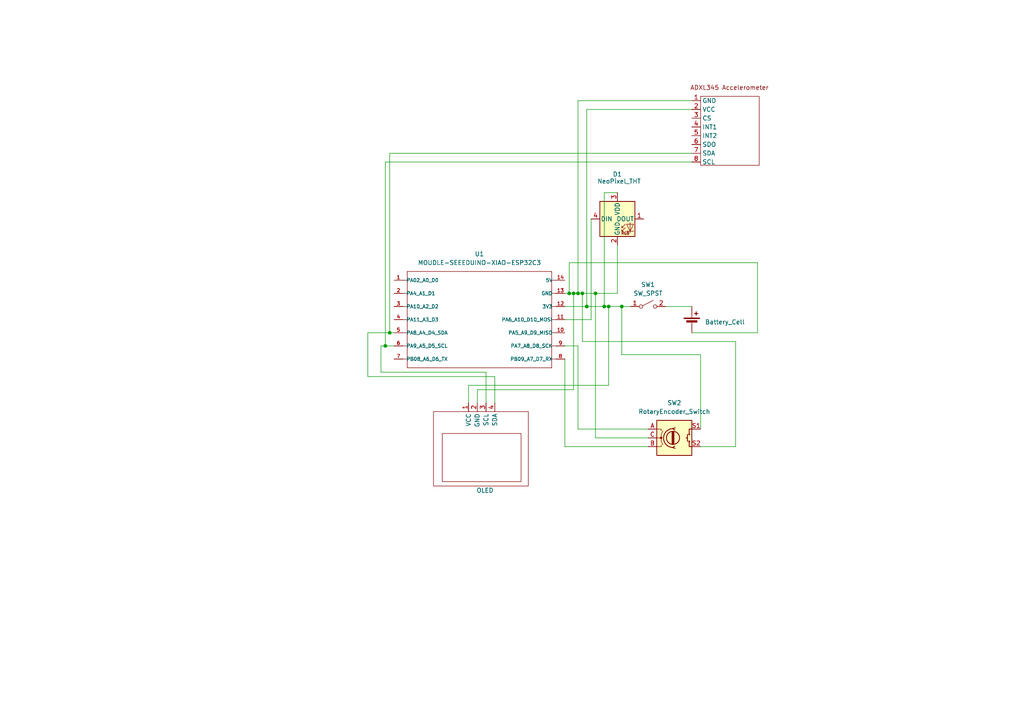
<source format=kicad_sch>
(kicad_sch (version 20250114) (generator "eeschema") (generator_version "9.0")
  (paper "A4")
  (title_block (title "Final Project Take Home Assignment 4") (date "12/2/25") (rev "0"))
  (lib_symbols
    (symbol "512_final_OLED_Accelerometer_symbols:ADXL345 Accelerometer"
      (property "Reference" "OLED" (at -6859.27 -5100.32 0))
      (symbol "ADXL345 Accelerometer_0_1"
        (rectangle (start -4151.63 -2336.8) (end -4151.63 -2336.8))
        (rectangle (start 0 0) (end 17 -20))
      )
      (symbol "ADXL345 Accelerometer_1_1"
        (text "ADXL345 Accelerometer" (at 8.382 2.54 0) (effects (font (size 1.27 1.27))))
        (pin input line (at -3235.96 2402.84 0) (length 2.54) (name "GND") (number "1"))
        (pin input line (at -1314.45 3239.77 0) (length 2.54) (name "GND") (number "1"))
        (pin input line (at -1304.29 2072.64 0) (length 2.54) (name "GND") (number "1"))
        (pin input line (at -2.54 -1.27 0) (length 2.54) (name "GND") (number "1"))
        (pin input line (at -2.54 -3.81 0) (length 2.54) (name "VCC") (number "2"))
        (pin input line (at -2.54 -6.35 0) (length 2.54) (name "CS") (number "3"))
        (pin input line (at -2.54 -8.89 0) (length 2.54) (name "INT1") (number "4"))
        (pin input line (at -2.54 -11.43 0) (length 2.54) (name "INT2") (number "5"))
        (pin input line (at -2.54 -13.97 0) (length 2.54) (name "SDO") (number "6"))
        (pin input line (at -2.54 -16.51 0) (length 2.54) (name "SDA") (number "7"))
        (pin input line (at -2.54 -19.05 0) (length 2.54) (name "SCL") (number "8"))
        (pin input line (at 433.07 1959.61 0) (length 2.54) (name "GND") (number "1"))
        (pin input line (at 1017.27 2609.85 0) (length 2.54) (name "GND") (number "1"))
      )
    )
    (symbol "512_final_OLED_Accelerometer_symbols:SSD1306_OLED_"
      (property "Reference" "OLED" (at 24.13 2.286 0))
      (symbol "SSD1306_OLED__0_1"
        (rectangle (start 0 0) (end 27.5 -21.59))
        (rectangle (start 2.54 -6.35) (end 25.4 -20.32))
      )
      (symbol "SSD1306_OLED__1_1"
        (pin input line (at 10.16 2.54 270) (length 2.54) (name "VCC") (number "1"))
        (pin input line (at 12.7 2.54 270) (length 2.54) (name "GND") (number "2"))
        (pin input line (at 15.24 2.54 270) (length 2.54) (name "SCL") (number "3"))
        (pin input line (at 17.78 2.54 270) (length 2.54) (name "SDA") (number "4"))
      )
    )
    (symbol "Device:Battery_Cell" (pin_numbers (hide yes)) (pin_names (offset 0) (hide yes))
      (property "Reference" "BT" (at 2.54 2.54 0))
      (property "Value" "Battery_Cell" (at 2.54 0 0))
      (symbol "Battery_Cell_0_1"
        (rectangle (start -2.286 1.778) (end 2.286 1.524) (fill (type outline)))
        (rectangle (start -1.524 1.016) (end 1.524 0.508) (fill (type outline)))
        (polyline (pts (xy 0 1.778) (xy 0 2.54)))
        (polyline (pts (xy 0 0.762) (xy 0 0)))
        (polyline (pts (xy 0.762 3.048) (xy 1.778 3.048)) (stroke (width 0.254)))
        (polyline (pts (xy 1.27 3.556) (xy 1.27 2.54)) (stroke (width 0.254)))
      )
      (symbol "Battery_Cell_1_1"
        (pin passive line (at 0 5.08 270) (length 2.54) (name "+") (number "1"))
        (pin passive line (at 0 -2.54 90) (length 2.54) (name "-") (number "2"))
      )
    )
    (symbol "Device:RotaryEncoder_Switch" (pin_names (offset 0.254) (hide yes))
      (property "Reference" "SW" (at 0 6.604 0))
      (property "Value" "RotaryEncoder_Switch" (at 0 -6.604 0))
      (symbol "RotaryEncoder_Switch_0_1"
        (rectangle (start -5.08 5.08) (end 5.08 -5.08) (stroke (width 0.254)) (fill (type background)))
        (polyline (pts (xy -5.08 2.54) (xy -3.81 2.54) (xy -3.81 2.032)))
        (polyline (pts (xy -5.08 0) (xy -3.81 0) (xy -3.81 -1.016) (xy -3.302 -2.032)))
        (polyline (pts (xy -5.08 -2.54) (xy -3.81 -2.54) (xy -3.81 -2.032)))
        (polyline (pts (xy -4.318 0) (xy -3.81 0) (xy -3.81 1.016) (xy -3.302 2.032)))
        (circle (center -3.81 0) (radius 0.254) (fill (type outline)))
        (polyline (pts (xy -0.635 -1.778) (xy -0.635 1.778)) (stroke (width 0.254)))
        (circle (center -0.381 0) (radius 1.905) (stroke (width 0.254)))
        (polyline (pts (xy -0.381 -1.778) (xy -0.381 1.778)) (stroke (width 0.254)))
        (arc (start -0.381 -2.794) (mid -3.0988 -0.0635) (end -0.381 2.667) (stroke (width 0.254)))
        (polyline (pts (xy -0.127 1.778) (xy -0.127 -1.778)) (stroke (width 0.254)))
        (polyline (pts (xy 0.254 2.921) (xy -0.508 2.667) (xy 0.127 2.286)) (stroke (width 0.254)))
        (polyline (pts (xy 0.254 -3.048) (xy -0.508 -2.794) (xy 0.127 -2.413)) (stroke (width 0.254)))
        (polyline (pts (xy 3.81 1.016) (xy 3.81 -1.016)) (stroke (width 0.254)))
        (polyline (pts (xy 3.81 0) (xy 3.429 0)) (stroke (width 0.254)))
        (circle (center 4.318 1.016) (radius 0.127) (stroke (width 0.254)))
        (circle (center 4.318 -1.016) (radius 0.127) (stroke (width 0.254)))
        (polyline (pts (xy 5.08 2.54) (xy 4.318 2.54) (xy 4.318 1.016)) (stroke (width 0.254)))
        (polyline (pts (xy 5.08 -2.54) (xy 4.318 -2.54) (xy 4.318 -1.016)) (stroke (width 0.254)))
      )
      (symbol "RotaryEncoder_Switch_1_1"
        (pin passive line (at -7.62 2.54 0) (length 2.54) (name "A") (number "A"))
        (pin passive line (at -7.62 0 0) (length 2.54) (name "C") (number "C"))
        (pin passive line (at -7.62 -2.54 0) (length 2.54) (name "B") (number "B"))
        (pin passive line (at 7.62 2.54 180) (length 2.54) (name "S1") (number "S1"))
        (pin passive line (at 7.62 -2.54 180) (length 2.54) (name "S2") (number "S2"))
      )
    )
    (symbol "LED:NeoPixel_THT" (pin_names (offset 0.254))
      (property "Reference" "D" (at 5.08 5.715 0))
      (property "Value" "NeoPixel_THT" (at 1.27 -5.715 0))
      (symbol "NeoPixel_THT_0_0"
        (text "RGB" (at 2.286 -4.191 0) (effects (font (size 0.762 0.762))))
      )
      (symbol "NeoPixel_THT_0_1"
        (polyline (pts (xy 1.27 -2.54) (xy 1.778 -2.54)))
        (polyline (pts (xy 1.27 -3.556) (xy 1.778 -3.556)))
        (polyline (pts (xy 2.286 -1.524) (xy 1.27 -2.54) (xy 1.27 -2.032)))
        (polyline (pts (xy 2.286 -2.54) (xy 1.27 -3.556) (xy 1.27 -3.048)))
        (polyline (pts (xy 3.683 -1.016) (xy 3.683 -3.556) (xy 3.683 -4.064)))
        (polyline (pts (xy 4.699 -1.524) (xy 2.667 -1.524) (xy 3.683 -3.556) (xy 4.699 -1.524)))
        (polyline (pts (xy 4.699 -3.556) (xy 2.667 -3.556)))
        (rectangle (start 5.08 5.08) (end -5.08 -5.08) (stroke (width 0.254)) (fill (type background)))
      )
      (symbol "NeoPixel_THT_1_1"
        (pin input line (at -7.62 0 0) (length 2.54) (name "DIN") (number "4"))
        (pin power_in line (at 0 7.62 270) (length 2.54) (name "VDD") (number "3"))
        (pin power_in line (at 0 -7.62 90) (length 2.54) (name "GND") (number "2"))
        (pin output line (at 7.62 0 180) (length 2.54) (name "DOUT") (number "1"))
      )
    )
    (symbol "Seeed Studio XIAO ESP32C3:MOUDLE-SEEEDUINO-XIAO-ESP32C3" (pin_names (offset 1.016))
      (property "Reference" "U" (at -21.59 15.24 0))
      (property "Value" "MOUDLE-SEEEDUINO-XIAO-ESP32C3" (at -21.59 13.97 0))
      (symbol "MOUDLE-SEEEDUINO-XIAO-ESP32C3_0_0"
        (polyline (pts (xy -21.59 13.97) (xy 20.32 13.97)) (stroke (width 0.1524)))
        (polyline (pts (xy -21.59 11.43) (xy -22.86 11.43)) (stroke (width 0.1524)))
        (polyline (pts (xy -21.59 11.43) (xy -21.59 13.97)) (stroke (width 0.1524)))
        (polyline (pts (xy -21.59 7.62) (xy -22.86 7.62)) (stroke (width 0.1524)))
        (polyline (pts (xy -21.59 7.62) (xy -21.59 11.43)) (stroke (width 0.1524)))
        (polyline (pts (xy -21.59 3.81) (xy -22.86 3.81)) (stroke (width 0.1524)))
        (polyline (pts (xy -21.59 3.81) (xy -21.59 7.62)) (stroke (width 0.1524)))
        (polyline (pts (xy -21.59 0) (xy -22.86 0)) (stroke (width 0.1524)))
        (polyline (pts (xy -21.59 0) (xy -21.59 3.81)) (stroke (width 0.1524)))
        (polyline (pts (xy -21.59 -3.81) (xy -22.86 -3.81)) (stroke (width 0.1524)))
        (polyline (pts (xy -21.59 -7.62) (xy -22.86 -7.62)) (stroke (width 0.1524)))
        (polyline (pts (xy -21.59 -11.43) (xy -22.86 -11.43)) (stroke (width 0.1524)))
        (polyline (pts (xy -21.59 -13.97) (xy -21.59 0)) (stroke (width 0.1524)))
        (polyline (pts (xy 20.32 13.97) (xy 20.32 11.43)) (stroke (width 0.1524)))
        (polyline (pts (xy 20.32 11.43) (xy 20.32 7.62)) (stroke (width 0.1524)))
        (polyline (pts (xy 20.32 7.62) (xy 20.32 3.81)) (stroke (width 0.1524)))
        (polyline (pts (xy 20.32 3.81) (xy 20.32 -13.97)) (stroke (width 0.1524)))
        (polyline (pts (xy 20.32 -13.97) (xy -21.59 -13.97)) (stroke (width 0.1524)))
        (polyline (pts (xy 21.59 11.43) (xy 20.32 11.43)) (stroke (width 0.1524)))
        (polyline (pts (xy 21.59 7.62) (xy 20.32 7.62)) (stroke (width 0.1524)))
        (polyline (pts (xy 21.59 3.81) (xy 20.32 3.81)) (stroke (width 0.1524)))
        (polyline (pts (xy 21.59 0) (xy 20.32 0)) (stroke (width 0.1524)))
        (polyline (pts (xy 21.59 -3.81) (xy 20.32 -3.81)) (stroke (width 0.1524)))
        (polyline (pts (xy 21.59 -7.62) (xy 20.32 -7.62)) (stroke (width 0.1524)))
        (polyline (pts (xy 21.59 -11.43) (xy 20.32 -11.43)) (stroke (width 0.1524)))
        (pin bidirectional line (at -25.4 11.43 0) (length 2.54) (name "PA02_A0_D0") (number "1"))
        (pin bidirectional line (at -25.4 7.62 0) (length 2.54) (name "PA4_A1_D1") (number "2"))
        (pin bidirectional line (at -25.4 3.81 0) (length 2.54) (name "PA10_A2_D2") (number "3"))
        (pin bidirectional line (at -25.4 0 0) (length 2.54) (name "PA11_A3_D3") (number "4"))
        (pin bidirectional line (at -25.4 -3.81 0) (length 2.54) (name "PA8_A4_D4_SDA") (number "5"))
        (pin bidirectional line (at -25.4 -7.62 0) (length 2.54) (name "PA9_A5_D5_SCL") (number "6"))
        (pin bidirectional line (at -25.4 -11.43 0) (length 2.54) (name "PB08_A6_D6_TX") (number "7"))
        (pin bidirectional line (at 24.13 11.43 180) (length 2.54) (name "5V") (number "14"))
        (pin bidirectional line (at 24.13 7.62 180) (length 2.54) (name "GND") (number "13"))
        (pin bidirectional line (at 24.13 3.81 180) (length 2.54) (name "3V3") (number "12"))
        (pin bidirectional line (at 24.13 0 180) (length 2.54) (name "PA6_A10_D10_MOSI") (number "11"))
        (pin bidirectional line (at 24.13 -3.81 180) (length 2.54) (name "PA5_A9_D9_MISO") (number "10"))
        (pin bidirectional line (at 24.13 -7.62 180) (length 2.54) (name "PA7_A8_D8_SCK") (number "9"))
        (pin bidirectional line (at 24.13 -11.43 180) (length 2.54) (name "PB09_A7_D7_RX") (number "8"))
      )
    )
    (symbol "Switch:SW_SPST" (pin_names (offset 0) (hide yes))
      (property "Reference" "SW" (at 0 3.175 0))
      (property "Value" "SW_SPST" (at 0 -2.54 0))
      (symbol "SW_SPST_0_0"
        (circle (center -2.032 0) (radius 0.508))
        (polyline (pts (xy -1.524 0.254) (xy 1.524 1.778)))
        (circle (center 2.032 0) (radius 0.508))
      )
      (symbol "SW_SPST_1_1"
        (pin passive line (at -5.08 0 0) (length 2.54) (name "A") (number "1"))
        (pin passive line (at 5.08 0 180) (length 2.54) (name "B") (number "2"))
      )
    )
  )
  (junction (at 166.37 85.09))
  (junction (at 168.91 85.09))
  (junction (at 180.34 88.9))
  (junction (at 175.26 88.9))
  (junction (at 167.64 85.09))
  (junction (at 111.76 100.33))
  (junction (at 170.18 88.9))
  (junction (at 113.03 96.52))
  (junction (at 165.1 85.09))
  (junction (at 176.53 88.9))
  (junction (at 172.72 85.09))
  (wire (pts (xy 187.96 127) (xy 172.72 127)))
  (wire (pts (xy 175.26 55.88) (xy 175.26 88.9)))
  (wire (pts (xy 219.71 96.52) (xy 219.71 76.2)))
  (wire (pts (xy 111.76 46.99) (xy 111.76 100.33)))
  (wire (pts (xy 170.18 88.9) (xy 175.26 88.9)))
  (wire (pts (xy 200.66 44.45) (xy 113.03 44.45)))
  (wire (pts (xy 219.71 76.2) (xy 165.1 76.2)))
  (wire (pts (xy 167.64 29.21) (xy 167.64 85.09)))
  (wire (pts (xy 167.64 85.09) (xy 168.91 85.09)))
  (wire (pts (xy 200.66 29.21) (xy 167.64 29.21)))
  (wire (pts (xy 171.45 63.5) (xy 171.45 92.71)))
  (wire (pts (xy 176.53 111.76) (xy 176.53 88.9)))
  (wire (pts (xy 187.96 124.46) (xy 167.64 124.46)))
  (wire (pts (xy 140.97 116.84) (xy 140.97 107.95)))
  (wire (pts (xy 138.43 113.03) (xy 166.37 113.03)))
  (wire (pts (xy 175.26 88.9) (xy 176.53 88.9)))
  (wire (pts (xy 165.1 76.2) (xy 165.1 85.09)))
  (wire (pts (xy 110.49 107.95) (xy 110.49 100.33)))
  (wire (pts (xy 140.97 107.95) (xy 110.49 107.95)))
  (wire (pts (xy 111.76 100.33) (xy 114.3 100.33)))
  (wire (pts (xy 167.64 100.33) (xy 163.83 100.33)))
  (wire (pts (xy 170.18 31.75) (xy 170.18 88.9)))
  (wire (pts (xy 200.66 96.52) (xy 219.71 96.52)))
  (wire (pts (xy 193.04 88.9) (xy 200.66 88.9)))
  (wire (pts (xy 200.66 31.75) (xy 170.18 31.75)))
  (wire (pts (xy 203.2 124.46) (xy 203.2 102.87)))
  (wire (pts (xy 180.34 88.9) (xy 182.88 88.9)))
  (wire (pts (xy 166.37 85.09) (xy 167.64 85.09)))
  (wire (pts (xy 166.37 113.03) (xy 166.37 85.09)))
  (wire (pts (xy 172.72 85.09) (xy 168.91 85.09)))
  (wire (pts (xy 138.43 116.84) (xy 138.43 113.03)))
  (wire (pts (xy 110.49 100.33) (xy 111.76 100.33)))
  (wire (pts (xy 165.1 85.09) (xy 166.37 85.09)))
  (wire (pts (xy 203.2 102.87) (xy 180.34 102.87)))
  (wire (pts (xy 135.89 116.84) (xy 135.89 111.76)))
  (wire (pts (xy 135.89 111.76) (xy 176.53 111.76)))
  (wire (pts (xy 179.07 71.12) (xy 179.07 85.09)))
  (wire (pts (xy 143.51 116.84) (xy 143.51 109.22)))
  (wire (pts (xy 213.36 129.54) (xy 213.36 99.06)))
  (wire (pts (xy 187.96 129.54) (xy 163.83 129.54)))
  (wire (pts (xy 163.83 129.54) (xy 163.83 104.14)))
  (wire (pts (xy 179.07 85.09) (xy 172.72 85.09)))
  (wire (pts (xy 163.83 88.9) (xy 170.18 88.9)))
  (wire (pts (xy 113.03 96.52) (xy 114.3 96.52)))
  (wire (pts (xy 179.07 55.88) (xy 175.26 55.88)))
  (wire (pts (xy 176.53 88.9) (xy 180.34 88.9)))
  (wire (pts (xy 200.66 46.99) (xy 111.76 46.99)))
  (wire (pts (xy 163.83 85.09) (xy 165.1 85.09)))
  (wire (pts (xy 180.34 102.87) (xy 180.34 88.9)))
  (wire (pts (xy 172.72 127) (xy 172.72 85.09)))
  (wire (pts (xy 171.45 92.71) (xy 163.83 92.71)))
  (wire (pts (xy 106.68 109.22) (xy 106.68 96.52)))
  (wire (pts (xy 203.2 129.54) (xy 213.36 129.54)))
  (wire (pts (xy 168.91 99.06) (xy 168.91 85.09)))
  (wire (pts (xy 106.68 96.52) (xy 113.03 96.52)))
  (wire (pts (xy 213.36 99.06) (xy 168.91 99.06)))
  (wire (pts (xy 143.51 109.22) (xy 106.68 109.22)))
  (wire (pts (xy 113.03 44.45) (xy 113.03 96.52)))
  (wire (pts (xy 167.64 124.46) (xy 167.64 100.33)))
  (symbol (lib_id "512_final_OLED_Accelerometer_symbols:ADXL345 Accelerometer") (at 203.2 27.94 0) (unit 1)
    (property "Reference" "OLED1" (at 1224.28 -424.8151 0) (effects (justify left)))
    (property "Value" "~" (at 1224.28 -422.2751 0) (effects (justify left)))
  )
  (symbol (lib_id "Device:Battery_Cell") (at 200.66 93.98 0) (unit 1)
    (property "Reference" "BT1" (effects (hide yes)))
    (property "Value" "Battery_Cell" (at 204.47 93.4084 0) (effects (justify left)))
    (property "Description" "Single-cell battery" (effects (hide yes)))
  )
  (symbol (lib_id "Switch:SW_SPST") (at 187.96 88.9 0) (unit 1)
    (property "Reference" "SW1" (at 187.96 82.55 0))
    (property "Value" "SW_SPST" (at 187.96 85.09 0))
    (property "Description" "Single Pole Single Throw (SPST) switch" (effects (hide yes)))
  )
  (symbol (lib_id "LED:NeoPixel_THT") (at 179.07 63.5 0) (unit 1)
    (property "Reference" "D1" (at 179.07 50.546 0))
    (property "Value" "NeoPixel_THT" (at 179.578 52.578 0))
    (property "Datasheet" "https://www.adafruit.com/product/1938" (effects (hide yes)))
    (property "Description" "RGB LED with integrated controller, 5mm/8mm LED package" (effects (hide yes)))
  )
  (symbol (lib_id "Device:RotaryEncoder_Switch") (at 195.58 127 0) (unit 1)
    (property "Reference" "SW2" (at 195.58 116.84 0))
    (property "Value" "RotaryEncoder_Switch" (at 195.58 119.38 0))
    (property "Description" "Rotary encoder, dual channel, incremental quadrate outputs, with switch" (effects (hide yes)))
  )
  (symbol (lib_id "Seeed Studio XIAO ESP32C3:MOUDLE-SEEEDUINO-XIAO-ESP32C3") (at 139.7 92.71 0) (unit 1)
    (property "Reference" "U1" (at 139.065 73.66 0))
    (property "Value" "MOUDLE-SEEEDUINO-XIAO-ESP32C3" (at 139.065 76.2 0))
    (property "Footprint" "MOUDLE14P-SMD-2.54-21X17.8MM" (effects (hide yes)))
  )
  (symbol (lib_id "512_final_OLED_Accelerometer_symbols:SSD1306_OLED_") (at 125.73 119.38 0) (unit 1)
    (property "Reference" "OLED" (at 138.176 142.24 0) (effects (justify left)))
  )
)
</source>
